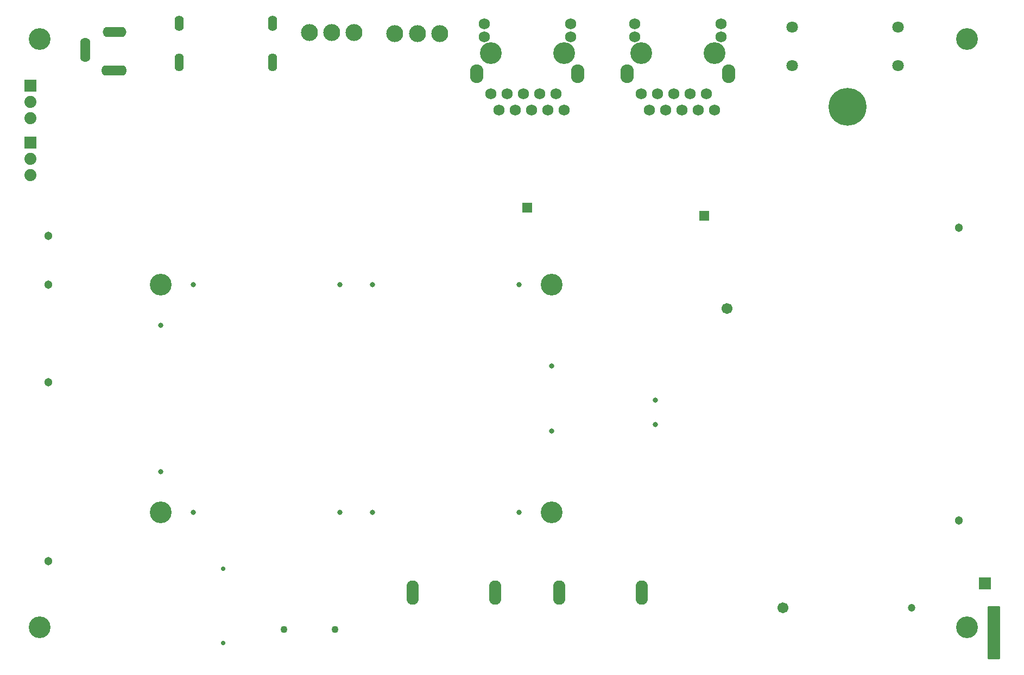
<source format=gbr>
G04 #@! TF.GenerationSoftware,KiCad,Pcbnew,5.1.0-rc2-unknown-036be7d~80~ubuntu16.04.1*
G04 #@! TF.CreationDate,2023-04-28T14:18:08+03:00*
G04 #@! TF.ProjectId,iMX8MPLUS-SOM-EVB_Rev_B,694d5838-4d50-44c5-9553-2d534f4d2d45,B*
G04 #@! TF.SameCoordinates,Original*
G04 #@! TF.FileFunction,Soldermask,Bot*
G04 #@! TF.FilePolarity,Negative*
%FSLAX46Y46*%
G04 Gerber Fmt 4.6, Leading zero omitted, Abs format (unit mm)*
G04 Created by KiCad (PCBNEW 5.1.0-rc2-unknown-036be7d~80~ubuntu16.04.1) date 2023-04-28 14:18:08*
%MOMM*%
%LPD*%
G04 APERTURE LIST*
%ADD10C,1.301600*%
%ADD11R,1.524000X1.524000*%
%ADD12C,1.801600*%
%ADD13O,1.401600X2.401600*%
%ADD14O,1.401600X2.801600*%
%ADD15C,0.801600*%
%ADD16C,3.401601*%
%ADD17C,0.701600*%
%ADD18C,3.401600*%
%ADD19O,2.101600X2.901600*%
%ADD20C,1.751600*%
%ADD21C,1.101600*%
%ADD22O,1.601600X3.801600*%
%ADD23O,3.701600X1.601600*%
%ADD24O,4.001600X1.601600*%
%ADD25C,1.879600*%
%ADD26R,1.879600X1.879600*%
%ADD27O,1.901600X3.801600*%
%ADD28C,2.641600*%
%ADD29C,1.701600*%
%ADD30C,1.201600*%
%ADD31C,5.901600*%
%ADD32C,0.254000*%
G04 APERTURE END LIST*
D10*
X207010000Y-64770000D03*
X207010000Y-110490000D03*
X65024000Y-66040000D03*
X65024000Y-73660000D03*
D11*
X139700000Y-61595000D03*
X167259000Y-62865000D03*
D12*
X180975000Y-39401000D03*
X180975000Y-33401000D03*
X197485000Y-39401000D03*
X197485000Y-33401000D03*
D13*
X100010000Y-32840000D03*
X85410000Y-32840000D03*
D14*
X85410000Y-38890000D03*
X100010000Y-38890000D03*
D15*
X87630000Y-73660000D03*
X110490000Y-73660000D03*
X115570000Y-73660000D03*
X138430000Y-73660000D03*
X115570000Y-109220000D03*
X138430000Y-109220000D03*
X87630000Y-109220000D03*
X110490000Y-109220000D03*
X82550000Y-80010000D03*
X82550000Y-102870000D03*
X143510000Y-86360000D03*
X143510000Y-96520000D03*
D16*
X82550000Y-109220000D03*
X143510000Y-109220000D03*
X143510000Y-73660000D03*
X82550000Y-73660000D03*
D17*
X92305000Y-129625000D03*
X92305000Y-118025000D03*
D18*
X168910000Y-37465000D03*
X157480000Y-37465000D03*
D19*
X171095000Y-40665000D03*
X155295000Y-40665000D03*
D20*
X169926000Y-32893000D03*
X169926000Y-34925000D03*
X156464000Y-32893000D03*
X156464000Y-34925000D03*
X168910000Y-46355000D03*
X167640000Y-43815000D03*
X166370000Y-46355000D03*
X165100000Y-43815000D03*
X163830000Y-46355000D03*
X162560000Y-43815000D03*
X161290000Y-46355000D03*
X160020000Y-43815000D03*
X158750000Y-46355000D03*
X157480000Y-43815000D03*
D21*
X109728000Y-127457200D03*
X101727000Y-127457200D03*
D22*
X70785000Y-36936000D03*
D23*
X75385000Y-34190000D03*
D24*
X75235000Y-40190000D03*
D25*
X62230000Y-56515000D03*
X62230000Y-53975000D03*
D26*
X62230000Y-51435000D03*
D27*
X134670000Y-121750000D03*
X121870000Y-121750000D03*
D16*
X63700000Y-127100000D03*
X63700000Y-35300000D03*
X208300000Y-35300000D03*
X208300000Y-127100000D03*
D18*
X145415000Y-37465000D03*
X133985000Y-37465000D03*
D19*
X147600000Y-40665000D03*
X131800000Y-40665000D03*
D20*
X146431000Y-32893000D03*
X146431000Y-34925000D03*
X132969000Y-32893000D03*
X132969000Y-34925000D03*
X145415000Y-46355000D03*
X144145000Y-43815000D03*
X142875000Y-46355000D03*
X141605000Y-43815000D03*
X140335000Y-46355000D03*
X139065000Y-43815000D03*
X137795000Y-46355000D03*
X136525000Y-43815000D03*
X135255000Y-46355000D03*
X133985000Y-43815000D03*
D28*
X112720000Y-34290000D03*
X105720000Y-34290000D03*
X109220000Y-34290000D03*
X126055000Y-34452001D03*
X119055000Y-34452001D03*
X122555000Y-34452001D03*
D26*
X62230000Y-42545000D03*
D25*
X62230000Y-45085000D03*
X62230000Y-47625000D03*
D15*
X159639000Y-95504000D03*
X159639000Y-91694000D03*
D29*
X170815000Y-77343000D03*
D27*
X144730000Y-121750000D03*
X157530000Y-121750000D03*
D26*
X211074000Y-120269000D03*
D10*
X65024000Y-116840000D03*
X65024000Y-88900000D03*
D30*
X199611000Y-124102999D03*
D29*
X179611000Y-124102999D03*
D31*
X189611000Y-45852999D03*
D32*
G36*
X213233000Y-131953000D02*
G01*
X211582000Y-131953000D01*
X211582000Y-123952000D01*
X213233000Y-123952000D01*
X213233000Y-131953000D01*
X213233000Y-131953000D01*
G37*
X213233000Y-131953000D02*
X211582000Y-131953000D01*
X211582000Y-123952000D01*
X213233000Y-123952000D01*
X213233000Y-131953000D01*
M02*

</source>
